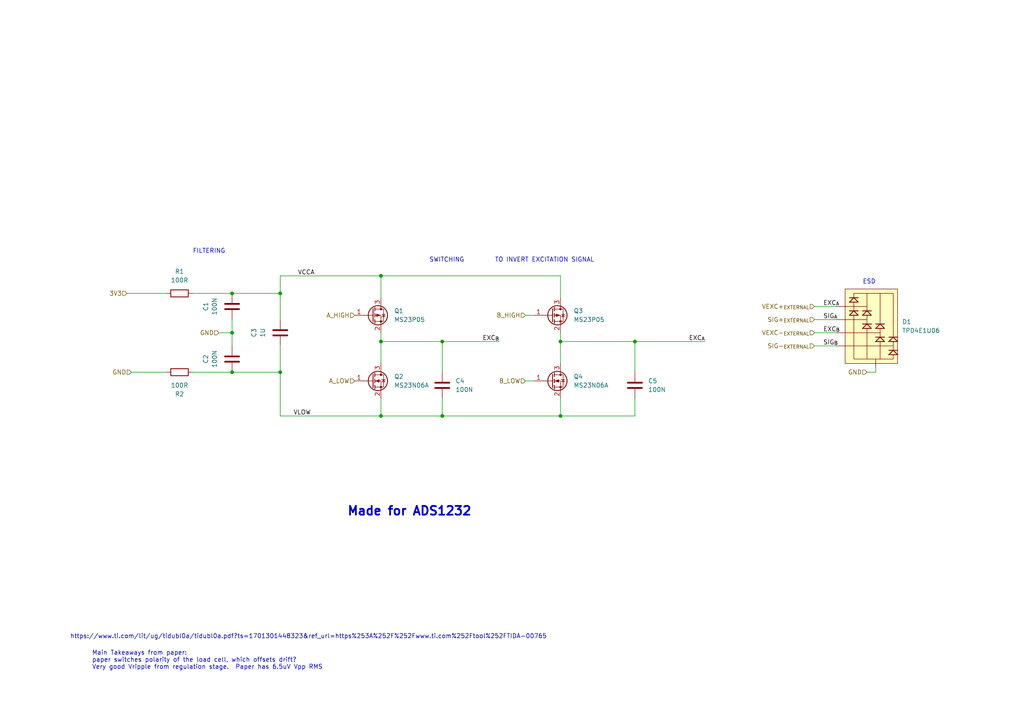
<source format=kicad_sch>
(kicad_sch (version 20250114) (generator "eeschema") (generator_version "9.0")
  (paper "A4")
  (lib_symbols
    (symbol "Device:C" (pin_numbers (hide yes)) (pin_names (offset 0.254))
      (property "Reference" "C" (at 0.635 2.54 0))
      (property "Value" "C" (at 0.635 -2.54 0))
      (symbol "C_0_1"
        (polyline (pts (xy -2.032 0.762) (xy 2.032 0.762)) (stroke (width 0.508)))
        (polyline (pts (xy -2.032 -0.762) (xy 2.032 -0.762)) (stroke (width 0.508)))
      )
      (symbol "C_1_1"
        (pin passive line (at 0 3.81 270) (length 2.794) (name "~") (number "1"))
        (pin passive line (at 0 -3.81 90) (length 2.794) (name "~") (number "2"))
      )
    )
    (symbol "Device:Q_NMOS_GSD" (pin_names (offset 0) (hide yes))
      (property "Reference" "Q" (at 5.08 1.27 0))
      (property "Value" "Q_NMOS_GSD" (at 5.08 -1.27 0))
      (symbol "Q_NMOS_GSD_0_1"
        (polyline (pts (xy 0.254 1.905) (xy 0.254 -1.905)) (stroke (width 0.254)))
        (polyline (pts (xy 0.254 0) (xy -2.54 0)))
        (polyline (pts (xy 0.762 2.286) (xy 0.762 1.27)) (stroke (width 0.254)))
        (polyline (pts (xy 0.762 0.508) (xy 0.762 -0.508)) (stroke (width 0.254)))
        (polyline (pts (xy 0.762 -1.27) (xy 0.762 -2.286)) (stroke (width 0.254)))
        (polyline (pts (xy 0.762 -1.778) (xy 3.302 -1.778) (xy 3.302 1.778) (xy 0.762 1.778)))
        (polyline (pts (xy 1.016 0) (xy 2.032 0.381) (xy 2.032 -0.381) (xy 1.016 0)) (fill (type outline)))
        (circle (center 1.651 0) (radius 2.794) (stroke (width 0.254)))
        (polyline (pts (xy 2.54 2.54) (xy 2.54 1.778)))
        (circle (center 2.54 1.778) (radius 0.254) (fill (type outline)))
        (circle (center 2.54 -1.778) (radius 0.254) (fill (type outline)))
        (polyline (pts (xy 2.54 -2.54) (xy 2.54 0) (xy 0.762 0)))
        (polyline (pts (xy 2.794 0.508) (xy 2.921 0.381) (xy 3.683 0.381) (xy 3.81 0.254)))
        (polyline (pts (xy 3.302 0.381) (xy 2.921 -0.254) (xy 3.683 -0.254) (xy 3.302 0.381)))
      )
      (symbol "Q_NMOS_GSD_1_1"
        (pin input line (at -5.08 0 0) (length 2.54) (name "G") (number "1"))
        (pin passive line (at 2.54 5.08 270) (length 2.54) (name "D") (number "3"))
        (pin passive line (at 2.54 -5.08 90) (length 2.54) (name "S") (number "2"))
      )
    )
    (symbol "Device:Q_PMOS_GSD" (pin_names (offset 0) (hide yes))
      (property "Reference" "Q" (at 5.08 1.27 0))
      (property "Value" "Q_PMOS_GSD" (at 5.08 -1.27 0))
      (symbol "Q_PMOS_GSD_0_1"
        (polyline (pts (xy 0.254 1.905) (xy 0.254 -1.905)) (stroke (width 0.254)))
        (polyline (pts (xy 0.254 0) (xy -2.54 0)))
        (polyline (pts (xy 0.762 2.286) (xy 0.762 1.27)) (stroke (width 0.254)))
        (polyline (pts (xy 0.762 1.778) (xy 3.302 1.778) (xy 3.302 -1.778) (xy 0.762 -1.778)))
        (polyline (pts (xy 0.762 0.508) (xy 0.762 -0.508)) (stroke (width 0.254)))
        (polyline (pts (xy 0.762 -1.27) (xy 0.762 -2.286)) (stroke (width 0.254)))
        (circle (center 1.651 0) (radius 2.794) (stroke (width 0.254)))
        (polyline (pts (xy 2.286 0) (xy 1.27 0.381) (xy 1.27 -0.381) (xy 2.286 0)) (fill (type outline)))
        (polyline (pts (xy 2.54 2.54) (xy 2.54 1.778)))
        (circle (center 2.54 1.778) (radius 0.254) (fill (type outline)))
        (circle (center 2.54 -1.778) (radius 0.254) (fill (type outline)))
        (polyline (pts (xy 2.54 -2.54) (xy 2.54 0) (xy 0.762 0)))
        (polyline (pts (xy 2.794 -0.508) (xy 2.921 -0.381) (xy 3.683 -0.381) (xy 3.81 -0.254)))
        (polyline (pts (xy 3.302 -0.381) (xy 2.921 0.254) (xy 3.683 0.254) (xy 3.302 -0.381)))
      )
      (symbol "Q_PMOS_GSD_1_1"
        (pin input line (at -5.08 0 0) (length 2.54) (name "G") (number "1"))
        (pin passive line (at 2.54 5.08 270) (length 2.54) (name "D") (number "3"))
        (pin passive line (at 2.54 -5.08 90) (length 2.54) (name "S") (number "2"))
      )
    )
    (symbol "Device:R" (pin_numbers (hide yes)) (pin_names (offset 0))
      (property "Reference" "R" (at 2.032 0 90))
      (property "Value" "R" (at 0 0 90))
      (symbol "R_0_1"
        (rectangle (start -1.016 -2.54) (end 1.016 2.54) (stroke (width 0.254)))
      )
      (symbol "R_1_1"
        (pin passive line (at 0 3.81 270) (length 1.27) (name "~") (number "1"))
        (pin passive line (at 0 -3.81 90) (length 1.27) (name "~") (number "2"))
      )
    )
    (symbol "william_tvs:TPD4E1U06" (pin_numbers (hide yes)) (pin_names (offset 1.016) (hide yes))
      (property "Reference" "D" (at 5.08 12.7 0))
      (property "Value" "TPD4E1U06DBVR" (at -6.35 -11.43 0))
      (symbol "TPD4E1U06_0_1"
        (polyline (pts (xy -7.62 8.89) (xy -7.62 8.89) (xy -5.08 8.89) (xy -5.08 8.89)) (stroke (width 0.254)))
        (polyline (pts (xy -7.62 7.62) (xy -5.08 7.62) (xy -6.35 8.89) (xy -6.35 8.89) (xy -7.62 7.62)) (stroke (width 0.254)))
        (polyline (pts (xy -7.62 5.08) (xy -7.62 5.08) (xy -5.08 5.08) (xy -5.08 5.08)) (stroke (width 0.254)))
        (polyline (pts (xy -7.62 3.81) (xy -5.08 3.81) (xy -6.35 5.08) (xy -6.35 5.08) (xy -7.62 3.81)) (stroke (width 0.254)))
        (polyline (pts (xy -6.35 8.89) (xy -6.35 10.16) (xy 5.08 10.16) (xy 5.08 -2.54)))
        (polyline (pts (xy -6.35 5.08) (xy -6.35 7.62)))
        (polyline (pts (xy -3.81 5.08) (xy -3.81 5.08) (xy -1.27 5.08) (xy -1.27 5.08)) (stroke (width 0.254)))
        (polyline (pts (xy -3.81 3.81) (xy -1.27 3.81) (xy -2.54 5.08) (xy -2.54 5.08) (xy -3.81 3.81)) (stroke (width 0.254)))
        (polyline (pts (xy -3.81 1.27) (xy -3.81 1.27) (xy -1.27 1.27) (xy -1.27 1.27)) (stroke (width 0.254)))
        (polyline (pts (xy -3.81 0) (xy -1.27 0) (xy -2.54 1.27) (xy -2.54 1.27) (xy -3.81 0)) (stroke (width 0.254)))
        (polyline (pts (xy -2.54 6.35) (xy -8.89 6.35)))
        (polyline (pts (xy -2.54 5.08) (xy -2.54 10.16)))
        (polyline (pts (xy -2.54 2.54) (xy -8.89 2.54)))
        (polyline (pts (xy -2.54 1.27) (xy -2.54 3.81)))
        (polyline (pts (xy -2.54 0) (xy -2.54 -8.89)))
        (polyline (pts (xy 0 1.27) (xy 0 1.27) (xy 2.54 1.27) (xy 2.54 1.27)) (stroke (width 0.254)))
        (polyline (pts (xy 0 0) (xy 2.54 0) (xy 1.27 1.27) (xy 1.27 1.27) (xy 0 0)) (stroke (width 0.254)))
        (polyline (pts (xy 0 -2.54) (xy 0 -2.54) (xy 2.54 -2.54) (xy 2.54 -2.54)) (stroke (width 0.254)))
        (polyline (pts (xy 0 -3.81) (xy 2.54 -3.81) (xy 1.27 -2.54) (xy 1.27 -2.54) (xy 0 -3.81)) (stroke (width 0.254)))
        (polyline (pts (xy 1.27 1.27) (xy 1.27 10.16)))
        (polyline (pts (xy 1.27 -1.27) (xy -8.89 -1.27)))
        (polyline (pts (xy 1.27 -2.54) (xy 1.27 0)))
        (polyline (pts (xy 1.27 -3.81) (xy 1.27 -8.89)))
        (polyline (pts (xy 3.81 -2.54) (xy 3.81 -2.54) (xy 6.35 -2.54) (xy 6.35 -2.54)) (stroke (width 0.254)))
        (polyline (pts (xy 3.81 -3.81) (xy 6.35 -3.81) (xy 5.08 -2.54) (xy 5.08 -2.54) (xy 3.81 -3.81)) (stroke (width 0.254)))
        (polyline (pts (xy 3.81 -6.35) (xy 3.81 -6.35) (xy 6.35 -6.35) (xy 6.35 -6.35)) (stroke (width 0.254)))
        (polyline (pts (xy 3.81 -7.62) (xy 6.35 -7.62) (xy 5.08 -6.35) (xy 5.08 -6.35) (xy 3.81 -7.62)) (stroke (width 0.254)))
        (polyline (pts (xy 5.08 -5.08) (xy -8.89 -5.08)))
        (polyline (pts (xy 5.08 -6.35) (xy 5.08 -3.81)))
        (polyline (pts (xy 5.08 -7.62) (xy 5.08 -8.89) (xy -6.35 -8.89) (xy -6.35 3.81)))
      )
      (symbol "TPD4E1U06_1_1"
        (rectangle (start -8.89 11.43) (end 6.35 -10.16) (fill (type background)))
        (pin passive line (at -11.43 6.35 0) (length 2.54) (name "D1+") (number "1"))
        (pin passive line (at -11.43 2.54 0) (length 2.54) (name "D1-") (number "6"))
        (pin passive line (at -11.43 -1.27 0) (length 2.54) (name "D2+") (number "4"))
        (pin passive line (at -11.43 -5.08 0) (length 2.54) (name "D2-") (number "3"))
        (pin power_in line (at 0 -11.43 90) (length 2.54) (name "GND") (number "2"))
        (pin no_connect line (at 5.08 6.35 90) (length 2.54) (hide yes) (name "NC") (number "6"))
      )
    )
  )
  (text "FILTERING" (at 55.88 73.66 0) (effects (font (size 1.27 1.27)) (justify left bottom)))
  (text "SWITCHING\n" (at 124.46 76.2 0) (effects (font (size 1.27 1.27)) (justify left bottom)))
  (text "https://www.ti.com/lit/ug/tidubl0a/tidubl0a.pdf?ts=1701301448323&ref_url=https%253A%252F%252Fwww.ti.com%252Ftool%252FTIDA-00765" (at 20.32 185.42 0) (effects (font (size 1.27 1.27)) (justify left bottom)))
  (text "Made for ADS1232" (at 100.584 149.86 0) (effects (font (size 2.54 2.54) (thickness 0.508) (bold yes)) (justify left bottom)))
  (text "ESD" (at 250.19 82.55 0) (effects (font (size 1.27 1.27)) (justify left bottom)))
  (text "Main Takeaways from paper:\npaper switches polarity of the load cell, which offsets drift?\nVery good Vripple from regulation stage.  Paper has 6.5uV Vpp RMS" (at 26.67 194.31 0) (effects (font (size 1.27 1.27)) (justify left bottom)))
  (text "TO INVERT EXCITATION SIGNAL" (at 143.51 76.2 0) (effects (font (size 1.27 1.27)) (justify left bottom)))
  (junction (at 128.27 120.65))
  (junction (at 81.28 107.95))
  (junction (at 81.28 85.09))
  (junction (at 162.56 99.06))
  (junction (at 162.56 120.65))
  (junction (at 67.31 96.52))
  (junction (at 110.49 99.06))
  (junction (at 67.31 107.95))
  (junction (at 128.27 99.06))
  (junction (at 67.31 85.09))
  (junction (at 110.49 80.01))
  (junction (at 184.15 99.06))
  (junction (at 110.49 120.65))
  (wire (pts (xy 110.49 80.01) (xy 110.49 86.36)))
  (wire (pts (xy 81.28 80.01) (xy 81.28 85.09)))
  (wire (pts (xy 154.94 91.44) (xy 152.4 91.44)))
  (wire (pts (xy 55.88 85.09) (xy 67.31 85.09)))
  (wire (pts (xy 128.27 120.65) (xy 162.56 120.65)))
  (wire (pts (xy 162.56 120.65) (xy 184.15 120.65)))
  (wire (pts (xy 81.28 120.65) (xy 110.49 120.65)))
  (wire (pts (xy 251.46 107.95) (xy 254 107.95)))
  (wire (pts (xy 67.31 85.09) (xy 81.28 85.09)))
  (wire (pts (xy 128.27 99.06) (xy 128.27 107.95)))
  (wire (pts (xy 67.31 107.95) (xy 81.28 107.95)))
  (wire (pts (xy 67.31 96.52) (xy 67.31 92.71)))
  (wire (pts (xy 236.22 92.71) (xy 242.57 92.71)))
  (wire (pts (xy 254 107.95) (xy 254 106.68)))
  (wire (pts (xy 81.28 80.01) (xy 110.49 80.01)))
  (wire (pts (xy 63.5 96.52) (xy 67.31 96.52)))
  (wire (pts (xy 162.56 99.06) (xy 162.56 105.41)))
  (wire (pts (xy 184.15 99.06) (xy 184.15 107.95)))
  (wire (pts (xy 162.56 99.06) (xy 162.56 96.52)))
  (wire (pts (xy 110.49 99.06) (xy 110.49 105.41)))
  (wire (pts (xy 162.56 115.57) (xy 162.56 120.65)))
  (wire (pts (xy 154.94 110.49) (xy 152.4 110.49)))
  (wire (pts (xy 81.28 107.95) (xy 81.28 120.65)))
  (wire (pts (xy 236.22 96.52) (xy 242.57 96.52)))
  (wire (pts (xy 67.31 96.52) (xy 67.31 100.33)))
  (wire (pts (xy 110.49 96.52) (xy 110.49 99.06)))
  (wire (pts (xy 110.49 115.57) (xy 110.49 120.65)))
  (wire (pts (xy 110.49 120.65) (xy 128.27 120.65)))
  (wire (pts (xy 81.28 85.09) (xy 81.28 92.71)))
  (wire (pts (xy 81.28 107.95) (xy 81.28 100.33)))
  (wire (pts (xy 110.49 80.01) (xy 162.56 80.01)))
  (wire (pts (xy 144.78 99.06) (xy 128.27 99.06)))
  (wire (pts (xy 110.49 99.06) (xy 128.27 99.06)))
  (wire (pts (xy 236.22 88.9) (xy 242.57 88.9)))
  (wire (pts (xy 38.1 107.95) (xy 48.26 107.95)))
  (wire (pts (xy 162.56 80.01) (xy 162.56 86.36)))
  (wire (pts (xy 128.27 115.57) (xy 128.27 120.65)))
  (wire (pts (xy 184.15 120.65) (xy 184.15 115.57)))
  (wire (pts (xy 204.47 99.06) (xy 184.15 99.06)))
  (wire (pts (xy 55.88 107.95) (xy 67.31 107.95)))
  (wire (pts (xy 184.15 99.06) (xy 162.56 99.06)))
  (wire (pts (xy 36.83 85.09) (xy 48.26 85.09)))
  (wire (pts (xy 236.22 100.33) (xy 242.57 100.33)))
  (label "EXC_{B}" (at 144.78 99.06 180))
  (label "EXC_{A}" (at 238.76 88.9 0))
  (label "EXC_{A}" (at 204.47 99.06 180))
  (label "VLOW" (at 85.09 120.65 0))
  (label "EXC_{B}" (at 238.76 96.52 0))
  (label "SIG_{A}" (at 238.76 92.71 0))
  (label "VCCA" (at 86.36 80.01 0))
  (label "SIG_{B}" (at 238.76 100.33 0))
  (hierarchical_label "GND" (shape input) (at 251.46 107.95 180))
  (hierarchical_label "3V3" (shape input) (at 36.83 85.09 180))
  (hierarchical_label "B_LOW" (shape input) (at 152.4 110.49 180))
  (hierarchical_label "VEXC+_{EXTERNAL}" (shape input) (at 236.22 88.9 180))
  (hierarchical_label "B_HIGH" (shape input) (at 152.4 91.44 180))
  (hierarchical_label "A_LOW" (shape input) (at 102.87 110.49 180))
  (hierarchical_label "GND" (shape input) (at 63.5 96.52 180))
  (hierarchical_label "SIG-_{EXTERNAL}" (shape input) (at 236.22 100.33 180))
  (hierarchical_label "GND" (shape input) (at 38.1 107.95 180))
  (hierarchical_label "VEXC-_{EXTERNAL}" (shape input) (at 236.22 96.52 180))
  (hierarchical_label "SIG+_{EXTERNAL}" (shape input) (at 236.22 92.71 180))
  (hierarchical_label "A_HIGH" (shape input) (at 102.87 91.44 180))
  (symbol (lib_id "Device:R") (at 52.07 85.09 90) (unit 1)
    (property "Reference" "R1" (at 52.07 78.74 90))
    (property "Value" "100R" (at 52.07 81.28 90))
    (property "Footprint" "Resistor_SMD:R_0603_1608Metric" (effects (hide yes)))
  )
  (symbol (lib_id "Device:Q_PMOS_GSD") (at 107.95 91.44 0) (unit 1)
    (property "Reference" "Q1" (at 114.3 90.17 0) (effects (justify left)))
    (property "Value" "MS23P05" (at 114.3 92.71 0) (effects (justify left)))
    (property "Footprint" "Package_TO_SOT_SMD:SOT-23" (effects (hide yes)))
  )
  (symbol (lib_id "Device:C") (at 67.31 104.14 180) (unit 1)
    (property "Reference" "C2" (at 59.69 104.14 90))
    (property "Value" "100N" (at 62.23 104.14 90))
    (property "Footprint" "Capacitor_SMD:C_0603_1608Metric" (effects (hide yes)))
  )
  (symbol (lib_id "Device:Q_PMOS_GSD") (at 160.02 91.44 0) (unit 1)
    (property "Reference" "Q3" (at 166.37 90.17 0) (effects (justify left)))
    (property "Value" "MS23P05" (at 166.37 92.71 0) (effects (justify left)))
    (property "Footprint" "Package_TO_SOT_SMD:SOT-23" (effects (hide yes)))
  )
  (symbol (lib_id "Device:C") (at 128.27 111.76 0) (unit 1)
    (property "Reference" "C4" (at 132.08 110.49 0) (effects (justify left)))
    (property "Value" "100N" (at 132.08 113.03 0) (effects (justify left)))
    (property "Footprint" "Capacitor_SMD:C_0603_1608Metric" (effects (hide yes)))
  )
  (symbol (lib_id "Device:C") (at 184.15 111.76 0) (unit 1)
    (property "Reference" "C5" (at 187.96 110.49 0) (effects (justify left)))
    (property "Value" "100N" (at 187.96 113.03 0) (effects (justify left)))
    (property "Footprint" "Capacitor_SMD:C_0603_1608Metric" (effects (hide yes)))
  )
  (symbol (lib_id "william_tvs:TPD4E1U06") (at 254 95.25 0) (unit 1)
    (property "Reference" "D1" (at 261.62 93.345 0) (effects (justify left)))
    (property "Value" "TPD4E1U06" (at 261.62 95.885 0) (effects (justify left)))
    (property "Footprint" "Package_TO_SOT_SMD:SOT-23-6" (effects (hide yes)))
    (property "Datasheet" "https://www.ti.com/lit/ds/symlink/tpd4e1u06.pdf" (effects (hide yes)))
  )
  (symbol (lib_id "Device:Q_NMOS_GSD") (at 160.02 110.49 0) (unit 1)
    (property "Reference" "Q4" (at 166.37 109.22 0) (effects (justify left)))
    (property "Value" "MS23N06A" (at 166.37 111.76 0) (effects (justify left)))
    (property "Footprint" "Package_TO_SOT_SMD:SOT-23" (effects (hide yes)))
  )
  (symbol (lib_id "Device:R") (at 52.07 107.95 270) (unit 1)
    (property "Reference" "R2" (at 52.07 114.3 90))
    (property "Value" "100R" (at 52.07 111.76 90))
    (property "Footprint" "Resistor_SMD:R_0603_1608Metric" (effects (hide yes)))
  )
  (symbol (lib_id "Device:C") (at 81.28 96.52 0) (mirror y) (unit 1)
    (property "Reference" "C3" (at 73.66 96.52 90))
    (property "Value" "1U" (at 76.2 96.52 90))
    (property "Footprint" "Capacitor_SMD:C_0603_1608Metric" (effects (hide yes)))
  )
  (symbol (lib_id "Device:C") (at 67.31 88.9 0) (mirror y) (unit 1)
    (property "Reference" "C1" (at 59.69 88.9 90))
    (property "Value" "100N" (at 62.23 88.9 90))
    (property "Footprint" "Capacitor_SMD:C_0603_1608Metric" (effects (hide yes)))
  )
  (symbol (lib_id "Device:Q_NMOS_GSD") (at 107.95 110.49 0) (unit 1)
    (property "Reference" "Q2" (at 114.3 109.22 0) (effects (justify left)))
    (property "Value" "MS23N06A" (at 114.3 111.76 0) (effects (justify left)))
    (property "Footprint" "Package_TO_SOT_SMD:SOT-23" (effects (hide yes)))
  )
)
</source>
